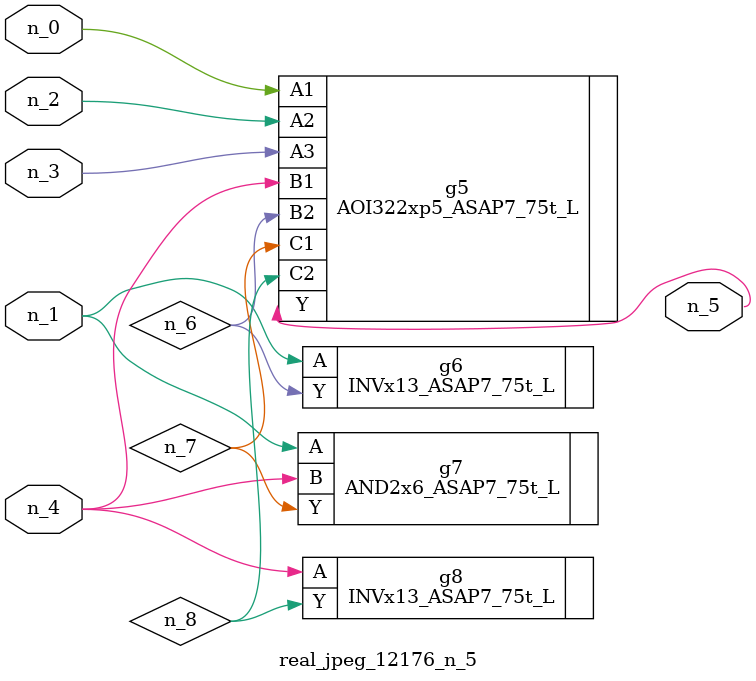
<source format=v>
module real_jpeg_12176_n_5 (n_4, n_0, n_1, n_2, n_3, n_5);

input n_4;
input n_0;
input n_1;
input n_2;
input n_3;

output n_5;

wire n_8;
wire n_6;
wire n_7;

AOI322xp5_ASAP7_75t_L g5 ( 
.A1(n_0),
.A2(n_2),
.A3(n_3),
.B1(n_4),
.B2(n_6),
.C1(n_7),
.C2(n_8),
.Y(n_5)
);

INVx13_ASAP7_75t_L g6 ( 
.A(n_1),
.Y(n_6)
);

AND2x6_ASAP7_75t_L g7 ( 
.A(n_1),
.B(n_4),
.Y(n_7)
);

INVx13_ASAP7_75t_L g8 ( 
.A(n_4),
.Y(n_8)
);


endmodule
</source>
